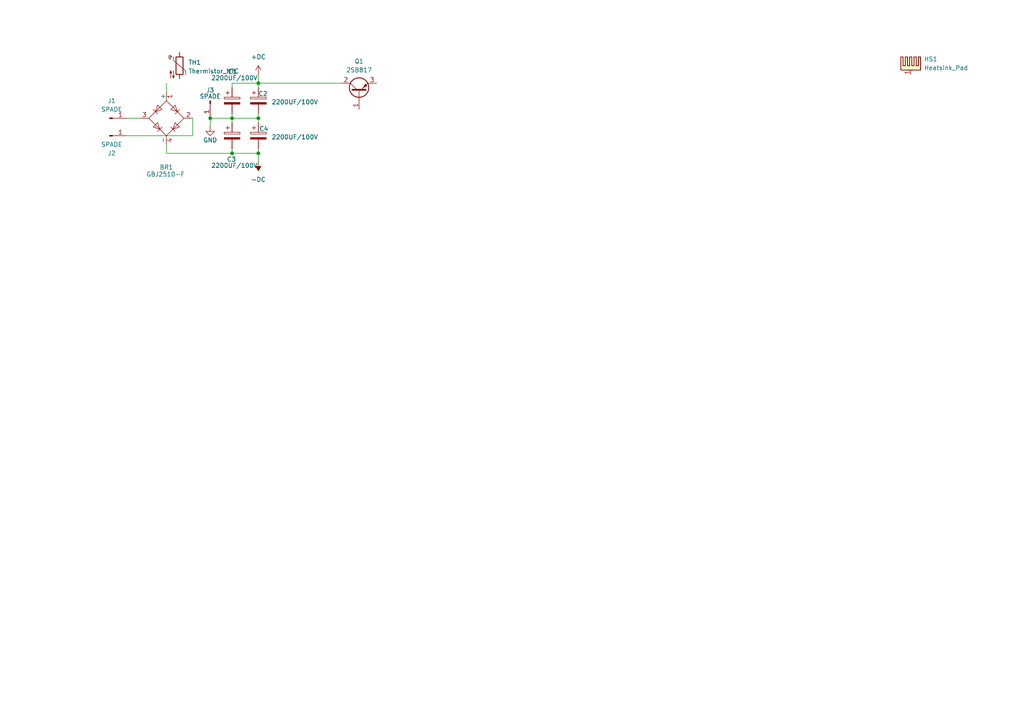
<source format=kicad_sch>
(kicad_sch (version 20250114) (generator "eeschema") (generator_version "9.0")
  (paper "A4")
  (lib_symbols
    (symbol "Connector:Conn_01x01_Pin" (pin_names (offset 1.016) (hide yes))
      (property "Reference" "J" (at 0 2.54 0))
      (property "Value" "Conn_01x01_Pin" (at 0 -2.54 0))
      (symbol "Conn_01x01_Pin_1_1"
        (rectangle (start 0.8636 0.127) (end 0 -0.127) (stroke (width 0.1524)) (fill (type outline)))
        (polyline (pts (xy 1.27 0) (xy 0.8636 0)) (stroke (width 0.1524)))
        (pin passive line (at 5.08 0 180) (length 3.81) (name "Pin_1") (number "1"))
      )
    )
    (symbol "Device:C_Polarized" (pin_numbers (hide yes)) (pin_names (offset 0.254))
      (property "Reference" "C" (at 0.635 2.54 0))
      (property "Value" "C_Polarized" (at 0.635 -2.54 0))
      (symbol "C_Polarized_0_1"
        (rectangle (start -2.286 0.508) (end 2.286 1.016))
        (polyline (pts (xy -1.778 2.286) (xy -0.762 2.286)))
        (polyline (pts (xy -1.27 2.794) (xy -1.27 1.778)))
        (rectangle (start 2.286 -0.508) (end -2.286 -1.016) (fill (type outline)))
      )
      (symbol "C_Polarized_1_1"
        (pin passive line (at 0 3.81 270) (length 2.794) (name "~") (number "1"))
        (pin passive line (at 0 -3.81 90) (length 2.794) (name "~") (number "2"))
      )
    )
    (symbol "Device:Thermistor_NTC" (pin_numbers (hide yes)) (pin_names (offset 0))
      (property "Reference" "TH" (at -4.445 0 90))
      (property "Value" "Thermistor_NTC" (at 3.175 0 90))
      (symbol "Thermistor_NTC_0_1"
        (arc (start -3.175 2.413) (mid -3.0506 2.3165) (end -3.048 2.159))
        (arc (start -3.048 2.794) (mid -2.9736 2.9736) (end -2.794 3.048))
        (arc (start -2.794 3.048) (mid -2.6144 2.9736) (end -2.54 2.794))
        (arc (start -2.794 2.54) (mid -2.9736 2.6144) (end -3.048 2.794))
        (arc (start -2.794 1.905) (mid -2.9736 1.9794) (end -3.048 2.159))
        (arc (start -2.54 2.159) (mid -2.6144 1.9794) (end -2.794 1.905))
        (arc (start -2.159 2.794) (mid -2.434 2.5608) (end -2.794 2.54))
        (polyline (pts (xy -2.54 2.159) (xy -2.54 2.794)))
        (polyline (pts (xy -2.54 -3.683) (xy -2.54 -1.397) (xy -2.794 -2.159) (xy -2.286 -2.159) (xy -2.54 -1.397) (xy -2.54 -1.651)) (fill (type outline)))
        (polyline (pts (xy -1.778 2.54) (xy -1.778 1.524) (xy 1.778 -1.524) (xy 1.778 -2.54)))
        (polyline (pts (xy -1.778 -1.397) (xy -1.778 -3.683) (xy -2.032 -2.921) (xy -1.524 -2.921) (xy -1.778 -3.683) (xy -1.778 -3.429)) (fill (type outline)))
        (rectangle (start -1.016 2.54) (end 1.016 -2.54) (stroke (width 0.254)))
      )
      (symbol "Thermistor_NTC_1_1"
        (pin passive line (at 0 3.81 270) (length 1.27) (name "~") (number "1"))
        (pin passive line (at 0 -3.81 90) (length 1.27) (name "~") (number "2"))
      )
    )
    (symbol "Mechanical:Heatsink_Pad" (pin_names (offset 0))
      (property "Reference" "HS" (at 0 5.715 0))
      (property "Value" "Heatsink_Pad" (at 0 3.81 0))
      (symbol "Heatsink_Pad_0_1"
        (polyline (pts (xy -0.3302 0) (xy -0.9652 0) (xy -0.9652 2.54) (xy -1.6002 2.54) (xy -1.6002 0) (xy -2.2352 0) (xy -2.2352 2.54) (xy -2.8702 2.54) (xy -2.8702 -1.27) (xy -0.9652 -1.27)) (stroke (width 0.254)) (fill (type background)))
        (polyline (pts (xy -0.3302 0) (xy -0.3302 2.54) (xy 0.3048 2.54) (xy 0.3048 0) (xy 0.9398 0) (xy 0.9398 2.54) (xy 1.5748 2.54) (xy 1.5748 0) (xy 2.2098 0) (xy 2.2098 2.54) (xy 2.8448 2.54) (xy 2.8448 -1.27) (xy -0.9652 -1.27)) (stroke (width 0.254)) (fill (type background)))
      )
      (symbol "Heatsink_Pad_1_1"
        (pin passive line (at 0 -2.54 90) (length 1.27) (name "~") (number "1"))
      )
    )
    (symbol "RUPESH:GBJ2510-F" (pin_names (offset 0))
      (property "Reference" "D" (at 2.54 6.985 0))
      (property "Value" "GBJ2510-F" (at 2.54 5.08 0))
      (symbol "GBJ2510-F_0_1"
        (polyline (pts (xy -5.08 0) (xy 0 -5.08) (xy 5.08 0) (xy 0 5.08) (xy -5.08 0)))
        (polyline (pts (xy -3.81 2.54) (xy -2.54 1.27) (xy -1.905 3.175) (xy -3.81 2.54)))
        (polyline (pts (xy -2.54 3.81) (xy -1.27 2.54)))
        (polyline (pts (xy -2.54 -1.27) (xy -3.81 -2.54) (xy -1.905 -3.175) (xy -2.54 -1.27)))
        (polyline (pts (xy -1.27 -2.54) (xy -2.54 -3.81)))
        (polyline (pts (xy 1.27 2.54) (xy 2.54 3.81) (xy 3.175 1.905) (xy 1.27 2.54)))
        (polyline (pts (xy 2.54 1.27) (xy 3.81 2.54)))
        (polyline (pts (xy 2.54 -1.27) (xy 3.81 -2.54)))
        (polyline (pts (xy 3.175 -1.905) (xy 1.27 -2.54) (xy 2.54 -3.81) (xy 3.175 -1.905)))
      )
      (symbol "GBJ2510-F_1_1"
        (pin passive line (at -7.62 0 0) (length 2.54) (name "+") (number "1"))
        (pin passive line (at 0 7.62 270) (length 2.54) (name "~") (number "2"))
        (pin passive line (at 0 -7.62 90) (length 2.54) (name "~") (number "3"))
        (pin passive line (at 7.62 0 180) (length 2.54) (name "-") (number "4"))
      )
    )
    (symbol "Transistor_BJT:2SB817" (pin_names (offset 0) (hide yes))
      (property "Reference" "Q" (at 5.08 1.905 0))
      (property "Value" "2SB817" (at 5.08 0 0))
      (symbol "2SB817_0_1"
        (polyline (pts (xy -2.54 0) (xy 0.635 0)))
        (polyline (pts (xy 0.635 1.905) (xy 0.635 -1.905)) (stroke (width 0.508)))
        (polyline (pts (xy 0.635 0.635) (xy 2.54 2.54)))
        (polyline (pts (xy 0.635 -0.635) (xy 2.54 -2.54)))
        (circle (center 1.27 0) (radius 2.8194) (stroke (width 0.254)))
        (polyline (pts (xy 2.286 -1.778) (xy 1.778 -2.286) (xy 1.27 -1.27) (xy 2.286 -1.778)) (fill (type outline)))
      )
      (symbol "2SB817_1_1"
        (pin input line (at -5.08 0 0) (length 2.54) (name "B") (number "1"))
        (pin passive line (at 2.54 5.08 270) (length 2.54) (name "C") (number "2"))
        (pin passive line (at 2.54 -5.08 90) (length 2.54) (name "E") (number "3"))
      )
    )
    (symbol "power:GND" (power) (pin_numbers (hide yes)) (pin_names (offset 0) (hide yes))
      (property "Value" "GND" (at 0 -3.81 0))
      (symbol "GND_0_1"
        (polyline (pts (xy 0 0) (xy 0 -1.27) (xy 1.27 -1.27) (xy 0 -2.54) (xy -1.27 -1.27) (xy 0 -1.27)))
      )
      (symbol "GND_1_1"
        (pin power_in line (at 0 0 270) (length 0) (name "~") (number "1"))
      )
    )
    (symbol "power:VCC" (power) (pin_numbers (hide yes)) (pin_names (offset 0) (hide yes))
      (property "Value" "VCC" (at 0 3.556 0))
      (symbol "VCC_0_1"
        (polyline (pts (xy -0.762 1.27) (xy 0 2.54)))
        (polyline (pts (xy 0 2.54) (xy 0.762 1.27)))
        (polyline (pts (xy 0 0) (xy 0 2.54)))
      )
      (symbol "VCC_1_1"
        (pin power_in line (at 0 0 90) (length 0) (name "~") (number "1"))
      )
    )
    (symbol "power:VEE" (power) (pin_numbers (hide yes)) (pin_names (offset 0) (hide yes))
      (property "Value" "VEE" (at 0 3.556 0))
      (symbol "VEE_0_1"
        (polyline (pts (xy 0 0) (xy 0 2.54)))
        (polyline (pts (xy 0.762 1.27) (xy -0.762 1.27) (xy 0 2.54) (xy 0.762 1.27)) (fill (type outline)))
      )
      (symbol "VEE_1_1"
        (pin power_in line (at 0 0 90) (length 0) (name "~") (number "1"))
      )
    )
  )
  (junction (at 74.93 24.13))
  (junction (at 67.31 44.45))
  (junction (at 67.31 34.29))
  (junction (at 74.93 44.45))
  (junction (at 74.93 34.29))
  (junction (at 60.96 34.29))
  (wire (pts (xy 36.83 39.37) (xy 55.88 39.37)))
  (wire (pts (xy 74.93 35.56) (xy 74.93 34.29)))
  (wire (pts (xy 48.26 41.91) (xy 48.26 44.45)))
  (wire (pts (xy 67.31 44.45) (xy 74.93 44.45)))
  (wire (pts (xy 74.93 44.45) (xy 74.93 43.18)))
  (wire (pts (xy 60.96 36.83) (xy 60.96 34.29)))
  (wire (pts (xy 74.93 34.29) (xy 74.93 33.02)))
  (wire (pts (xy 74.93 46.99) (xy 74.93 44.45)))
  (wire (pts (xy 60.96 34.29) (xy 67.31 34.29)))
  (wire (pts (xy 67.31 44.45) (xy 67.31 43.18)))
  (wire (pts (xy 74.93 24.13) (xy 74.93 25.4)))
  (wire (pts (xy 67.31 34.29) (xy 74.93 34.29)))
  (wire (pts (xy 67.31 24.13) (xy 67.31 25.4)))
  (wire (pts (xy 48.26 44.45) (xy 67.31 44.45)))
  (wire (pts (xy 67.31 24.13) (xy 74.93 24.13)))
  (wire (pts (xy 99.06 24.13) (xy 74.93 24.13)))
  (wire (pts (xy 67.31 34.29) (xy 67.31 33.02)))
  (wire (pts (xy 67.31 35.56) (xy 67.31 34.29)))
  (wire (pts (xy 36.83 34.29) (xy 40.64 34.29)))
  (wire (pts (xy 74.93 21.59) (xy 74.93 24.13)))
  (wire (pts (xy 48.26 24.13) (xy 48.26 26.67)))
  (wire (pts (xy 55.88 39.37) (xy 55.88 34.29)))
  (symbol (lib_id "Transistor_BJT:2SB817") (at 104.14 26.67 90) (unit 1)
    (property "Reference" "Q1" (at 104.14 17.78 90))
    (property "Value" "2SB817" (at 104.14 20.32 90))
    (property "Footprint" "Package_TO_SOT_THT:TO-3PB-3_Vertical" (effects (hide yes)))
    (property "Datasheet" "http://skory.gylcomp.hu/alkatresz/2SB817.pdf" (effects (hide yes)))
    (property "Description" "-12A Ic, -140V Vce, Silicon Power PNP Transistors, TO-3PB" (effects (hide yes)))
  )
  (symbol (lib_id "Device:C_Polarized") (at 74.93 29.21 0) (unit 1)
    (property "Reference" "C2" (at 74.93 27.178 0) (effects (justify left)))
    (property "Value" "2200UF/100V" (at 78.74 29.5909 0) (effects (justify left)))
    (property "Footprint" "Capacitor_THT:CP_Radial_D18.0mm_P7.50mm" (effects (hide yes)))
    (property "Description" "Polarized capacitor" (effects (hide yes)))
  )
  (symbol (lib_id "power:GND") (at 60.96 36.83 0) (unit 1)
    (property "Reference" "#PWR01" (effects (hide yes)))
    (property "Value" "GND" (at 60.96 40.64 0))
    (property "Description" "Power symbol creates a global label with name \"GND\" , ground" (effects (hide yes)))
  )
  (symbol (lib_id "power:VCC") (at 74.93 21.59 0) (unit 1)
    (property "Reference" "#PWR02" (effects (hide yes)))
    (property "Value" "+DC" (at 74.93 16.51 0))
    (property "Description" "Power symbol creates a global label with name \"VCC\"" (effects (hide yes)))
  )
  (symbol (lib_id "Device:C_Polarized") (at 67.31 39.37 0) (unit 1)
    (property "Reference" "C3" (at 65.786 46.228 0) (effects (justify left)))
    (property "Value" "2200UF/100V" (at 61.214 48.006 0) (effects (justify left)))
    (property "Footprint" "Capacitor_THT:CP_Radial_D18.0mm_P7.50mm" (effects (hide yes)))
    (property "Description" "Polarized capacitor" (effects (hide yes)))
  )
  (symbol (lib_id "power:VEE") (at 74.93 46.99 180) (unit 1)
    (property "Reference" "#PWR03" (effects (hide yes)))
    (property "Value" "-DC" (at 74.93 52.07 0))
    (property "Description" "Power symbol creates a global label with name \"VEE\"" (effects (hide yes)))
  )
  (symbol (lib_id "Connector:Conn_01x01_Pin") (at 31.75 34.29 0) (unit 1)
    (property "Reference" "J1" (at 32.385 29.21 0))
    (property "Value" "SPADE" (at 32.385 31.75 0))
    (property "Footprint" "PCB:TE_62409-1" (effects (hide yes)))
    (property "Description" "Generic connector, single row, 01x01, script generated" (effects (hide yes)))
  )
  (symbol (lib_id "Device:Thermistor_NTC") (at 52.07 19.05 0) (unit 1)
    (property "Reference" "TH1" (at 54.61 18.0974 0) (effects (justify left)))
    (property "Value" "Thermistor_NTC" (at 54.61 20.6374 0) (effects (justify left)))
    (property "Footprint" "Resistor_THT:R_Axial_Power_L38.0mm_W6.4mm_P40.64mm" (effects (hide yes)))
    (property "Description" "Temperature dependent resistor, negative temperature coefficient" (effects (hide yes)))
  )
  (symbol (lib_id "RUPESH:GBJ2510-F") (at 48.26 34.29 270) (unit 1)
    (property "Reference" "BR1" (at 48.26 48.514 90))
    (property "Value" "GBJ2510-F" (at 48.006 50.546 90))
    (property "Footprint" "PCB:GBJ_1" (effects (hide yes)))
    (property "Datasheet" "1" (effects (hide yes)))
    (property "Description" "Silicon Bridge Rectifier, 40V Vrms, 2.2A If, pins=-AA+, SIL-package" (effects (hide yes)))
  )
  (symbol (lib_id "Connector:Conn_01x01_Pin") (at 60.96 29.21 90) (mirror x) (unit 1)
    (property "Reference" "J3" (at 60.96 26.162 90))
    (property "Value" "SPADE" (at 60.96 27.94 90))
    (property "Footprint" "PCB:TE_62409-1" (effects (hide yes)))
    (property "Description" "Generic connector, single row, 01x01, script generated" (effects (hide yes)))
  )
  (symbol (lib_id "Device:C_Polarized") (at 74.93 39.37 0) (unit 1)
    (property "Reference" "C4" (at 75.184 37.338 0) (effects (justify left)))
    (property "Value" "2200UF/100V" (at 78.74 39.7509 0) (effects (justify left)))
    (property "Footprint" "Capacitor_THT:CP_Radial_D18.0mm_P7.50mm" (effects (hide yes)))
    (property "Description" "Polarized capacitor" (effects (hide yes)))
  )
  (symbol (lib_id "Device:C_Polarized") (at 67.31 29.21 0) (unit 1)
    (property "Reference" "C1" (at 66.04 20.828 0) (effects (justify left)))
    (property "Value" "2200UF/100V" (at 61.214 22.606 0) (effects (justify left)))
    (property "Footprint" "Capacitor_THT:CP_Radial_D18.0mm_P7.50mm" (effects (hide yes)))
    (property "Description" "Polarized capacitor" (effects (hide yes)))
  )
  (symbol (lib_id "Mechanical:Heatsink_Pad") (at 264.16 19.05 0) (unit 1)
    (property "Reference" "HS1" (at 267.97 17.1449 0) (effects (justify left)))
    (property "Value" "Heatsink_Pad" (at 267.97 19.6849 0) (effects (justify left)))
    (property "Description" "Heatsink with electrical connection, 1 pin" (effects (hide yes)))
  )
  (symbol (lib_id "Connector:Conn_01x01_Pin") (at 31.75 39.37 0) (mirror x) (unit 1)
    (property "Reference" "J2" (at 32.385 44.45 0))
    (property "Value" "SPADE" (at 32.385 41.91 0))
    (property "Footprint" "PCB:TE_62409-1" (effects (hide yes)))
    (property "Description" "Generic connector, single row, 01x01, script generated" (effects (hide yes)))
  )
)
</source>
